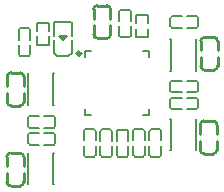
<source format=gto>
G04*
G04 #@! TF.GenerationSoftware,Altium Limited,Altium Designer,25.0.2 (28)*
G04*
G04 Layer_Color=65535*
%FSLAX44Y44*%
%MOMM*%
G71*
G04*
G04 #@! TF.SameCoordinates,094DCD80-2F59-4459-B3C7-35127A891B43*
G04*
G04*
G04 #@! TF.FilePolarity,Positive*
G04*
G01*
G75*
%ADD10C,0.1524*%
%ADD11C,0.2540*%
%ADD12C,0.3000*%
%ADD13C,0.1500*%
%ADD14C,0.2000*%
D10*
X114099Y172052D02*
G03*
X112575Y173576I-1524J0D01*
G01*
X105651D02*
G03*
X104127Y172052I0J-1524D01*
G01*
X112575Y150202D02*
G03*
X114099Y151726I0J1524D01*
G01*
X104127D02*
G03*
X105651Y150202I1524J0D01*
G01*
X74366Y50592D02*
G03*
X75890Y49068I1524J0D01*
G01*
X82814D02*
G03*
X84338Y50592I0J1524D01*
G01*
X75890Y72442D02*
G03*
X74366Y70918I0J-1524D01*
G01*
X84338D02*
G03*
X82814Y72442I-1524J0D01*
G01*
X125917Y70918D02*
G03*
X124392Y72442I-1524J0D01*
G01*
X117468D02*
G03*
X115944Y70918I0J-1524D01*
G01*
X124392Y49068D02*
G03*
X125917Y50592I0J1524D01*
G01*
X115944D02*
G03*
X117468Y49068I1524J0D01*
G01*
X129804Y50592D02*
G03*
X131328Y49068I1524J0D01*
G01*
X138252D02*
G03*
X139776Y50592I0J1524D01*
G01*
X131328Y72442D02*
G03*
X129804Y70918I0J-1524D01*
G01*
X139776D02*
G03*
X138252Y72442I-1524J0D01*
G01*
X88225Y50390D02*
G03*
X89749Y48866I1524J0D01*
G01*
X96673D02*
G03*
X98197Y50390I0J1524D01*
G01*
X89749Y72240D02*
G03*
X88225Y70716I0J-1524D01*
G01*
X98197D02*
G03*
X96673Y72240I-1524J0D01*
G01*
X169454Y158243D02*
G03*
X170978Y159767I0J1524D01*
G01*
Y166691D02*
G03*
X169454Y168215I-1524J0D01*
G01*
X147604Y159767D02*
G03*
X149128Y158243I1524J0D01*
G01*
Y168215D02*
G03*
X147604Y166691I0J-1524D01*
G01*
X112057Y70603D02*
G03*
X110533Y72127I-1524J0D01*
G01*
X103609D02*
G03*
X102085Y70603I0J-1524D01*
G01*
X110533Y48753D02*
G03*
X112057Y50277I0J1524D01*
G01*
X102085D02*
G03*
X103609Y48753I1524J0D01*
G01*
X149127Y113586D02*
G03*
X147603Y112062I0J-1524D01*
G01*
Y105138D02*
G03*
X149127Y103614I1524J0D01*
G01*
X170977Y112062D02*
G03*
X169454Y113586I-1524J0D01*
G01*
Y103614D02*
G03*
X170977Y105138I0J1524D01*
G01*
X169454Y89262D02*
G03*
X170977Y90786I0J1524D01*
G01*
Y97710D02*
G03*
X169454Y99234I-1524J0D01*
G01*
X147603Y90786D02*
G03*
X149127Y89262I1524J0D01*
G01*
Y99234D02*
G03*
X147603Y97710I0J-1524D01*
G01*
X28413Y69390D02*
G03*
X26889Y67866I0J-1524D01*
G01*
Y60942D02*
G03*
X28413Y59418I1524J0D01*
G01*
X50263Y67866D02*
G03*
X48739Y69390I-1524J0D01*
G01*
Y59418D02*
G03*
X50263Y60942I0J1524D01*
G01*
X28413Y83367D02*
G03*
X26889Y81843I0J-1524D01*
G01*
Y74919D02*
G03*
X28413Y73395I1524J0D01*
G01*
X50263Y81843D02*
G03*
X48739Y83367I-1524J0D01*
G01*
Y73395D02*
G03*
X50263Y74919I0J1524D01*
G01*
X19144Y135887D02*
G03*
X20668Y134363I1524J0D01*
G01*
X27592D02*
G03*
X29116Y135887I0J1524D01*
G01*
X20668Y157737D02*
G03*
X19144Y156213I0J-1524D01*
G01*
X29116D02*
G03*
X27592Y157737I-1524J0D01*
G01*
X105651Y173576D02*
X112575D01*
X104127Y164151D02*
Y172052D01*
X114099Y164151D02*
Y172052D01*
X105651Y150202D02*
X112575D01*
X104127Y151726D02*
Y159627D01*
X114099Y151726D02*
Y159627D01*
X169239Y81325D02*
X169351D01*
X169239Y54801D02*
Y81325D01*
Y54801D02*
X169351D01*
X147603Y81325D02*
X147715D01*
Y54801D02*
Y81325D01*
X147603Y54801D02*
X147715D01*
X147603Y122035D02*
X147715D01*
Y148559D01*
X147603D02*
X147715D01*
X169239Y122035D02*
X169351D01*
X169239D02*
Y148559D01*
X169351D01*
X26889Y26015D02*
X27001D01*
Y52539D01*
X26889D02*
X27001D01*
X48525Y26015D02*
X48637D01*
X48525D02*
Y52539D01*
X48637D01*
X48525Y119625D02*
X48637D01*
X48525Y93101D02*
Y119625D01*
Y93101D02*
X48637D01*
X26889Y119625D02*
X27001D01*
Y93101D02*
Y119625D01*
X26889Y93101D02*
X27001D01*
X75890Y49068D02*
X82814D01*
X84338Y50592D02*
Y58493D01*
X74366Y50592D02*
Y58493D01*
X75890Y72442D02*
X82814D01*
X84338Y63017D02*
Y70918D01*
X74366Y63017D02*
Y70918D01*
X115944Y63017D02*
Y70918D01*
X125917Y63017D02*
Y70918D01*
X117468Y72442D02*
X124392D01*
X115944Y50592D02*
Y58493D01*
X125917Y50592D02*
Y58493D01*
X117468Y49068D02*
X124392D01*
X131328D02*
X138252D01*
X139776Y50592D02*
Y58493D01*
X129804Y50592D02*
Y58493D01*
X131328Y72442D02*
X138252D01*
X139776Y63017D02*
Y70918D01*
X129804Y63017D02*
Y70918D01*
X89749Y48866D02*
X96673D01*
X98197Y50390D02*
Y58291D01*
X88225Y50390D02*
Y58291D01*
X89749Y72240D02*
X96673D01*
X98197Y62815D02*
Y70716D01*
X88225Y62815D02*
Y70716D01*
X128288Y150202D02*
Y157382D01*
X118316Y150202D02*
X128288D01*
X118316D02*
Y157382D01*
X128288Y161906D02*
Y169086D01*
X118316D02*
X128288D01*
X118316Y161906D02*
Y169086D01*
X170978Y159767D02*
Y166691D01*
X161553Y168215D02*
X169454D01*
X161553Y158243D02*
X169454D01*
X147604Y159767D02*
Y166691D01*
X149128Y168215D02*
X157028D01*
X149128Y158243D02*
X157028D01*
X102085Y62702D02*
Y70603D01*
X112057Y62702D02*
Y70603D01*
X103609Y72127D02*
X110533D01*
X102085Y50277D02*
Y58178D01*
X112057Y50277D02*
Y58178D01*
X103609Y48753D02*
X110533D01*
X149127Y103614D02*
X157028D01*
X149127Y113586D02*
X157028D01*
X147603Y105138D02*
Y112062D01*
X161553Y103614D02*
X169454D01*
X161553Y113586D02*
X169454D01*
X170977Y105138D02*
Y112062D01*
Y90786D02*
Y97710D01*
X161553Y99234D02*
X169454D01*
X161553Y89262D02*
X169454D01*
X147603Y90786D02*
Y97710D01*
X149127Y99234D02*
X157028D01*
X149127Y89262D02*
X157028D01*
X26889Y60942D02*
Y67866D01*
X28413Y59418D02*
X36314D01*
X28413Y69390D02*
X36314D01*
X50263Y60942D02*
Y67866D01*
X40838Y59418D02*
X48739D01*
X40838Y69390D02*
X48739D01*
X26889Y74919D02*
Y81843D01*
X28413Y73395D02*
X36314D01*
X28413Y83367D02*
X36314D01*
X50263Y74919D02*
Y81843D01*
X40838Y73395D02*
X48739D01*
X40838Y83367D02*
X48739D01*
X29116Y135887D02*
Y143788D01*
X19144Y135887D02*
Y143788D01*
X20668Y134363D02*
X27592D01*
X29116Y148312D02*
Y156213D01*
X19144Y148312D02*
Y156213D01*
X20668Y157737D02*
X27592D01*
X44678Y143728D02*
Y150909D01*
X34706Y143728D02*
X44678D01*
X34706D02*
Y150909D01*
X44678Y155433D02*
Y162613D01*
X34706D02*
X44678D01*
X34706Y155433D02*
Y162613D01*
D11*
X187050Y76343D02*
G03*
X183951Y79441I-3098J-0D01*
G01*
X175951D02*
G03*
X172853Y76343I0J-3098D01*
G01*
X172849Y54740D02*
G03*
X175947Y51642I3098J0D01*
G01*
X183947D02*
G03*
X187045Y54740I0J3098D01*
G01*
X173297Y125574D02*
G03*
X176395Y122476I3098J0D01*
G01*
X184395D02*
G03*
X187493Y125574I0J3098D01*
G01*
X187498Y147177D02*
G03*
X184400Y150276I-3098J0D01*
G01*
X176400D02*
G03*
X173302Y147177I-0J-3098D01*
G01*
X23330Y49089D02*
G03*
X20232Y52187I-3098J-0D01*
G01*
X12232D02*
G03*
X9133Y49089I0J-3098D01*
G01*
X9129Y27486D02*
G03*
X12227Y24388I3098J0D01*
G01*
X20227D02*
G03*
X23326Y27486I0J3098D01*
G01*
X9408Y95454D02*
G03*
X12507Y92356I3098J0D01*
G01*
X20507D02*
G03*
X23605Y95454I0J3098D01*
G01*
X23609Y117057D02*
G03*
X20511Y120156I-3098J0D01*
G01*
X12512D02*
G03*
X9413Y117057I-0J-3098D01*
G01*
X96877Y174030D02*
G03*
X93778Y177128I-3098J-0D01*
G01*
X85778D02*
G03*
X82680Y174030I0J-3098D01*
G01*
X82676Y152427D02*
G03*
X85774Y149328I3098J0D01*
G01*
X93773D02*
G03*
X96872Y152427I0J3098D01*
G01*
X175946Y51642D02*
X183947D01*
X175951Y79441D02*
X183952D01*
X187045Y54740D02*
Y62739D01*
X187050Y68344D02*
Y76344D01*
X172849Y54740D02*
Y62739D01*
X172853Y68344D02*
Y76344D01*
X176400Y150276D02*
X184400D01*
X176395Y122476D02*
X184395D01*
X173302Y139178D02*
Y147178D01*
X173297Y125574D02*
Y133574D01*
X187498Y139178D02*
Y147178D01*
X187493Y125574D02*
Y133574D01*
X12227Y24388D02*
X20227D01*
X12232Y52187D02*
X20232D01*
X23326Y27485D02*
Y35485D01*
X23330Y41090D02*
Y49089D01*
X9129Y27485D02*
Y35485D01*
X9133Y41090D02*
Y49089D01*
X12512Y120156D02*
X20512D01*
X12506Y92356D02*
X20507D01*
X9413Y109058D02*
Y117058D01*
X9408Y95454D02*
Y103454D01*
X23609Y109058D02*
Y117058D01*
X23605Y95454D02*
Y103454D01*
X85773Y149328D02*
X93773D01*
X85778Y177128D02*
X93779D01*
X96872Y152426D02*
Y160426D01*
X96877Y166031D02*
Y174030D01*
X82676Y152426D02*
Y160426D01*
X82680Y166031D02*
Y174030D01*
D12*
X71740Y136658D02*
G03*
X68740Y136646I-1500J-13D01*
G01*
D02*
G03*
X71740Y136633I1500J0D01*
G01*
D13*
X56449Y147778D02*
Y151178D01*
X48972Y137077D02*
Y147578D01*
Y137077D02*
X51971Y134078D01*
X52973D01*
X59972D01*
X60973D02*
X63973Y137077D01*
X59972Y134078D02*
X60973D01*
X63973Y137077D02*
Y147578D01*
X48950Y162878D02*
X63749D01*
X63950Y151378D02*
Y162878D01*
X48949Y151378D02*
Y162878D01*
X52950Y151178D02*
X59750D01*
X53049D02*
X56449Y147778D01*
X52950Y151178D02*
X53049D01*
X56449Y147778D02*
X59750Y151078D01*
Y151178D01*
D14*
X75245Y84665D02*
X80246D01*
X75245D02*
Y89666D01*
X124244Y84665D02*
X129245D01*
Y89666D01*
Y133664D02*
Y138665D01*
X124244D02*
X129245D01*
X75245Y133664D02*
Y138665D01*
X80246D01*
M02*

</source>
